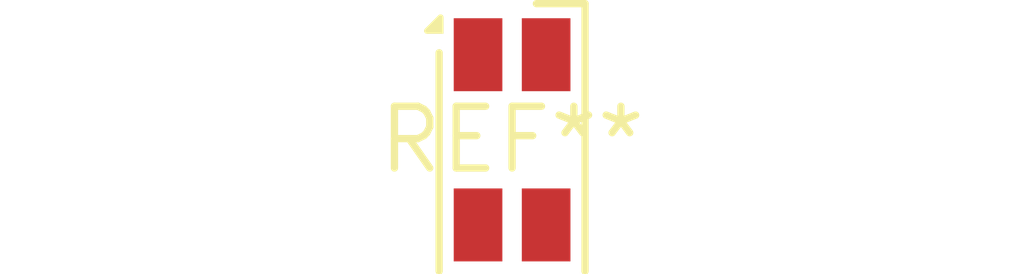
<source format=kicad_pcb>
(kicad_pcb (version 20240108) (generator pcbnew)
  (layers (0 "F.Cu" signal) (31 "B.Cu" signal) (34 "B.Paste" user) (35 "F.Paste" user) (36 "B.SilkS" user "B.Silkscreen") (37 "F.SilkS" user "F.Silkscreen") (38 "B.Mask" user) (39 "F.Mask" user) (44 "Edge.Cuts" user))
  (net 0 "")
  (footprint "Kingbright_KPS-3227" (layer "F.Cu") (at 0 0)
    (property "Reference" "REF**")
    (property "Value" "Kingbright_KPS-3227")
    (fp_line (start -1.5 2.7) (end -1.5 -1.79) (layer "F.SilkS") (stroke (width 0.15)))
    (fp_line (start 0.5 -2.8) (end 1.5 -2.8) (layer "F.SilkS") (stroke (width 0.15)))
    (fp_line (start 1.5 2.7) (end 1.5 -2.8) (layer "F.SilkS") (stroke (width 0.15)))
    (fp_poly (pts (xy -1.47 -2.24) (xy -1.75 -2.24) (xy -1.47 -2.52) (xy -1.47 -2.24)) (layer "F.SilkS") (stroke (width 0.12)) (fill solid))
    (pad "1" smd rect (at -0.7 -1.75) (size 1 1.5) (layers "F.Cu" "F.Paste" "F.Mask"))
    (pad "2" smd rect (at -0.7 1.75) (size 1 1.5) (layers "F.Cu" "F.Paste" "F.Mask"))
    (pad "3" smd rect (at 0.7 -1.75) (size 1 1.5) (layers "F.Cu" "F.Paste" "F.Mask"))
    (pad "4" smd rect (at 0.7 1.75) (size 1 1.5) (layers "F.Cu" "F.Paste" "F.Mask"))
  )
)
</source>
